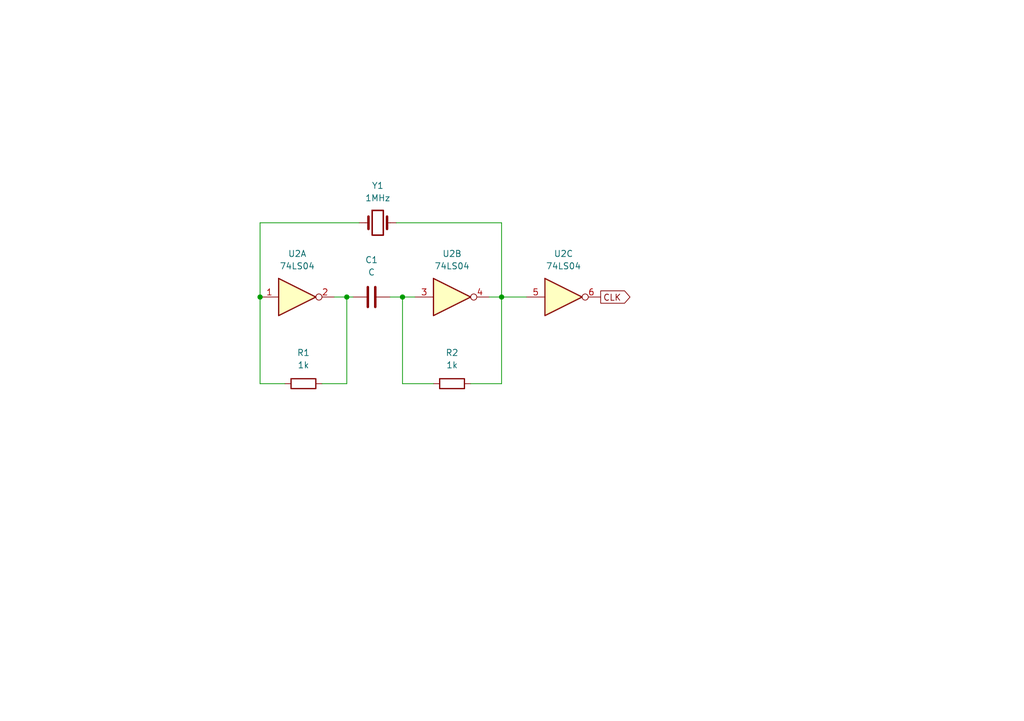
<source format=kicad_sch>
(kicad_sch (version 20230121) (generator eeschema)
  (paper "A5")
  (title_block (title "Clock Generation") (date "2023-10-04") (rev "1"))
  (lib_symbols
    (symbol "74xx:74LS04"
      (property "Reference" "U" (at 0 1.27 0))
      (property "Value" "74LS04" (at 0 -1.27 0))
      (symbol "74LS04_1_0"
        (polyline (pts (xy -3.81 3.81) (xy -3.81 -3.81) (xy 3.81 0) (xy -3.81 3.81)) (stroke (width 0.254)) (fill (type background)))
        (pin input line (at -7.62 0 0) (length 3.81) (name "~") (number "1"))
        (pin output inverted (at 7.62 0 180) (length 3.81) (name "~") (number "2"))
      )
      (symbol "74LS04_2_0"
        (polyline (pts (xy -3.81 3.81) (xy -3.81 -3.81) (xy 3.81 0) (xy -3.81 3.81)) (stroke (width 0.254)) (fill (type background)))
        (pin input line (at -7.62 0 0) (length 3.81) (name "~") (number "3"))
        (pin output inverted (at 7.62 0 180) (length 3.81) (name "~") (number "4"))
      )
      (symbol "74LS04_3_0"
        (polyline (pts (xy -3.81 3.81) (xy -3.81 -3.81) (xy 3.81 0) (xy -3.81 3.81)) (stroke (width 0.254)) (fill (type background)))
        (pin input line (at -7.62 0 0) (length 3.81) (name "~") (number "5"))
        (pin output inverted (at 7.62 0 180) (length 3.81) (name "~") (number "6"))
      )
      (symbol "74LS04_4_0"
        (polyline (pts (xy -3.81 3.81) (xy -3.81 -3.81) (xy 3.81 0) (xy -3.81 3.81)) (stroke (width 0.254)) (fill (type background)))
        (pin output inverted (at 7.62 0 180) (length 3.81) (name "~") (number "8"))
        (pin input line (at -7.62 0 0) (length 3.81) (name "~") (number "9"))
      )
      (symbol "74LS04_5_0"
        (polyline (pts (xy -3.81 3.81) (xy -3.81 -3.81) (xy 3.81 0) (xy -3.81 3.81)) (stroke (width 0.254)) (fill (type background)))
        (pin output inverted (at 7.62 0 180) (length 3.81) (name "~") (number "10"))
        (pin input line (at -7.62 0 0) (length 3.81) (name "~") (number "11"))
      )
      (symbol "74LS04_6_0"
        (polyline (pts (xy -3.81 3.81) (xy -3.81 -3.81) (xy 3.81 0) (xy -3.81 3.81)) (stroke (width 0.254)) (fill (type background)))
        (pin output inverted (at 7.62 0 180) (length 3.81) (name "~") (number "12"))
        (pin input line (at -7.62 0 0) (length 3.81) (name "~") (number "13"))
      )
      (symbol "74LS04_7_0"
        (pin power_in line (at 0 12.7 270) (length 5.08) (name "VCC") (number "14"))
        (pin power_in line (at 0 -12.7 90) (length 5.08) (name "GND") (number "7"))
      )
      (symbol "74LS04_7_1"
        (rectangle (start -5.08 7.62) (end 5.08 -7.62) (stroke (width 0.254)) (fill (type background)))
      )
    )
    (symbol "Device:C" (pin_numbers hide) (pin_names (offset 0.254))
      (property "Reference" "C" (at 0.635 2.54 0))
      (property "Value" "C" (at 0.635 -2.54 0))
      (symbol "C_0_1"
        (polyline (pts (xy -2.032 -0.762) (xy 2.032 -0.762)) (stroke (width 0.508)))
        (polyline (pts (xy -2.032 0.762) (xy 2.032 0.762)) (stroke (width 0.508)))
      )
      (symbol "C_1_1"
        (pin passive line (at 0 3.81 270) (length 2.794) (name "~") (number "1"))
        (pin passive line (at 0 -3.81 90) (length 2.794) (name "~") (number "2"))
      )
    )
    (symbol "Device:Crystal" (pin_numbers hide) (pin_names (offset 1.016) hide)
      (property "Reference" "Y" (at 0 3.81 0))
      (property "Value" "Crystal" (at 0 -3.81 0))
      (symbol "Crystal_0_1"
        (rectangle (start -1.143 2.54) (end 1.143 -2.54) (stroke (width 0.3048)))
        (polyline (pts (xy -2.54 0) (xy -1.905 0)))
        (polyline (pts (xy -1.905 -1.27) (xy -1.905 1.27)) (stroke (width 0.508)))
        (polyline (pts (xy 1.905 -1.27) (xy 1.905 1.27)) (stroke (width 0.508)))
        (polyline (pts (xy 2.54 0) (xy 1.905 0)))
      )
      (symbol "Crystal_1_1"
        (pin passive line (at -3.81 0 0) (length 1.27) (name "1") (number "1"))
        (pin passive line (at 3.81 0 180) (length 1.27) (name "2") (number "2"))
      )
    )
    (symbol "Device:R" (pin_numbers hide) (pin_names (offset 0))
      (property "Reference" "R" (at 2.032 0 90))
      (property "Value" "R" (at 0 0 90))
      (symbol "R_0_1"
        (rectangle (start -1.016 -2.54) (end 1.016 2.54) (stroke (width 0.254)))
      )
      (symbol "R_1_1"
        (pin passive line (at 0 3.81 270) (length 1.27) (name "~") (number "1"))
        (pin passive line (at 0 -3.81 90) (length 1.27) (name "~") (number "2"))
      )
    )
  )
  (junction (at 53.34 60.96))
  (junction (at 82.55 60.96))
  (junction (at 102.87 60.96))
  (junction (at 71.12 60.96))
  (wire (pts (xy 71.12 60.96) (xy 72.39 60.96)))
  (wire (pts (xy 53.34 45.72) (xy 53.34 60.96)))
  (wire (pts (xy 81.28 45.72) (xy 102.87 45.72)))
  (wire (pts (xy 102.87 60.96) (xy 107.95 60.96)))
  (wire (pts (xy 102.87 78.74) (xy 102.87 60.96)))
  (wire (pts (xy 88.9 78.74) (xy 82.55 78.74)))
  (wire (pts (xy 96.52 78.74) (xy 102.87 78.74)))
  (wire (pts (xy 71.12 78.74) (xy 71.12 60.96)))
  (wire (pts (xy 53.34 78.74) (xy 53.34 60.96)))
  (wire (pts (xy 85.09 60.96) (xy 82.55 60.96)))
  (wire (pts (xy 102.87 45.72) (xy 102.87 60.96)))
  (wire (pts (xy 82.55 78.74) (xy 82.55 60.96)))
  (wire (pts (xy 82.55 60.96) (xy 80.01 60.96)))
  (wire (pts (xy 66.04 78.74) (xy 71.12 78.74)))
  (wire (pts (xy 100.33 60.96) (xy 102.87 60.96)))
  (wire (pts (xy 73.66 45.72) (xy 53.34 45.72)))
  (wire (pts (xy 58.42 78.74) (xy 53.34 78.74)))
  (wire (pts (xy 68.58 60.96) (xy 71.12 60.96)))
  (global_label "CLK" (shape output) (at 123.19 60.96 0) (property "Intersheetrefs" "${INTERSHEET_REFS}" (effects hide)))
  (symbol (lib_id "74xx:74LS04") (at 60.96 60.96 0) (unit 1)
    (property "Reference" "U2" (at 60.96 52.07 0))
    (property "Value" "74LS04" (at 60.96 54.61 0))
    (property "Datasheet" "http://www.ti.com/lit/gpn/sn74LS04" (effects hide))
  )
  (symbol (lib_id "Device:C") (at 76.2 60.96 90) (unit 1)
    (property "Reference" "C1" (at 76.2 53.34 90))
    (property "Value" "C" (at 76.2 55.88 90))
  )
  (symbol (lib_id "74xx:74LS04") (at 92.71 60.96 0) (unit 2)
    (property "Reference" "U2" (at 92.71 52.07 0))
    (property "Value" "74LS04" (at 92.71 54.61 0))
    (property "Datasheet" "http://www.ti.com/lit/gpn/sn74LS04" (effects hide))
  )
  (symbol (lib_id "74xx:74LS04") (at 115.57 60.96 0) (unit 3)
    (property "Reference" "U2" (at 115.57 52.07 0))
    (property "Value" "74LS04" (at 115.57 54.61 0))
    (property "Datasheet" "http://www.ti.com/lit/gpn/sn74LS04" (effects hide))
  )
  (symbol (lib_id "Device:R") (at 62.23 78.74 270) (unit 1)
    (property "Reference" "R1" (at 62.23 72.39 90))
    (property "Value" "1k" (at 62.23 74.93 90))
  )
  (symbol (lib_id "Device:R") (at 92.71 78.74 90) (unit 1)
    (property "Reference" "R2" (at 92.71 72.39 90))
    (property "Value" "1k" (at 92.71 74.93 90))
  )
  (symbol (lib_id "Device:Crystal") (at 77.47 45.72 0) (unit 1)
    (property "Reference" "Y1" (at 77.47 38.1 0))
    (property "Value" "1MHz" (at 77.47 40.64 0))
  )
)
</source>
